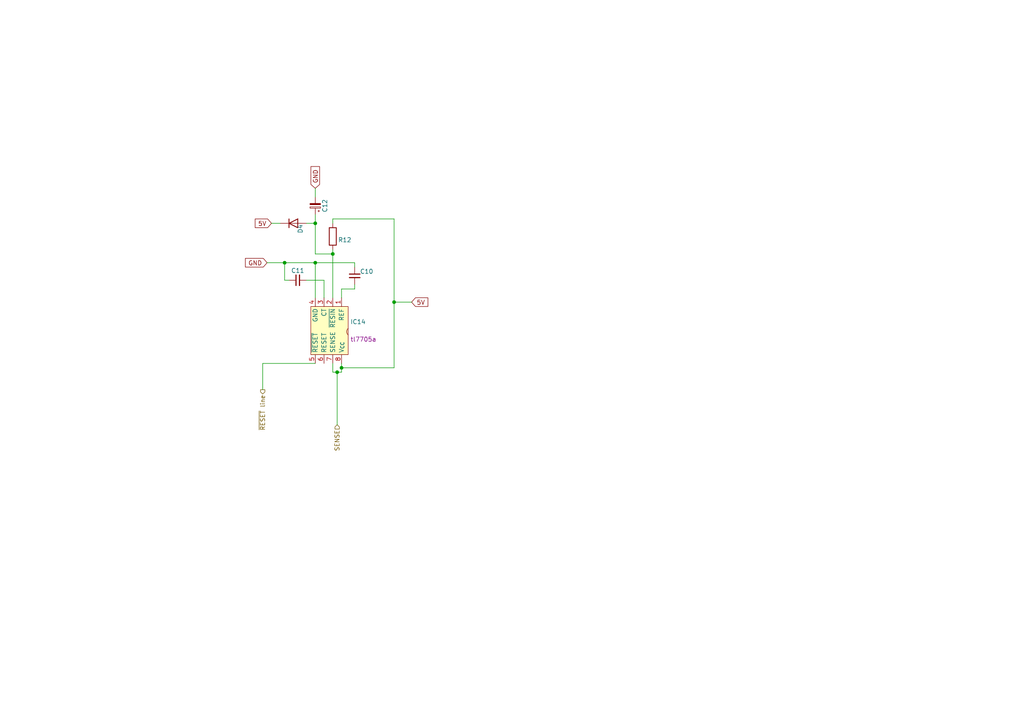
<source format=kicad_sch>
(kicad_sch (version 20250114) (generator "eeschema") (generator_version "9.0")
  (paper "A4")
  (lib_symbols
    (symbol "Device:C_Polarized_Small" (pin_numbers (hide yes)) (pin_names (offset 0.254) (hide yes))
      (property "Reference" "C" (at 0.254 1.778 0))
      (property "Value" "C_Polarized_Small" (at 0.254 -2.032 0))
      (symbol "C_Polarized_Small_0_1"
        (rectangle (start -1.524 0.6858) (end 1.524 0.3048))
        (rectangle (start -1.524 -0.3048) (end 1.524 -0.6858) (fill (type outline)))
        (polyline (pts (xy -1.27 1.524) (xy -0.762 1.524)))
        (polyline (pts (xy -1.016 1.27) (xy -1.016 1.778)))
      )
      (symbol "C_Polarized_Small_1_1"
        (pin passive line (at 0 2.54 270) (length 1.8542) (name "~") (number "1"))
        (pin passive line (at 0 -2.54 90) (length 1.8542) (name "~") (number "2"))
      )
    )
    (symbol "Device:C_Small" (pin_numbers (hide yes)) (pin_names (offset 0.254) (hide yes))
      (property "Reference" "C" (at 0.254 1.778 0))
      (property "Value" "C_Small" (at 0.254 -2.032 0))
      (symbol "C_Small_0_1"
        (polyline (pts (xy -1.524 0.508) (xy 1.524 0.508)) (stroke (width 0.3048)))
        (polyline (pts (xy -1.524 -0.508) (xy 1.524 -0.508)) (stroke (width 0.3302)))
      )
      (symbol "C_Small_1_1"
        (pin passive line (at 0 2.54 270) (length 2.032) (name "~") (number "1"))
        (pin passive line (at 0 -2.54 90) (length 2.032) (name "~") (number "2"))
      )
    )
    (symbol "Device:D" (pin_numbers (hide yes)) (pin_names (offset 1.016) (hide yes))
      (property "Reference" "D" (at 0 2.54 0))
      (property "Value" "D" (at 0 -2.54 0))
      (symbol "D_0_1"
        (polyline (pts (xy -1.27 1.27) (xy -1.27 -1.27)) (stroke (width 0.254)))
        (polyline (pts (xy 1.27 1.27) (xy 1.27 -1.27) (xy -1.27 0) (xy 1.27 1.27)) (stroke (width 0.254)))
        (polyline (pts (xy 1.27 0) (xy -1.27 0)))
      )
      (symbol "D_1_1"
        (pin passive line (at -3.81 0 0) (length 2.54) (name "K") (number "1"))
        (pin passive line (at 3.81 0 180) (length 2.54) (name "A") (number "2"))
      )
    )
    (symbol "Device:R" (pin_numbers (hide yes)) (pin_names (offset 0))
      (property "Reference" "R" (at 2.032 0 90))
      (property "Value" "R" (at 0 0 90))
      (symbol "R_0_1"
        (rectangle (start -1.016 -2.54) (end 1.016 2.54) (stroke (width 0.254)))
      )
      (symbol "R_1_1"
        (pin passive line (at 0 3.81 270) (length 1.27) (name "~") (number "1"))
        (pin passive line (at 0 -3.81 90) (length 1.27) (name "~") (number "2"))
      )
    )
    (symbol "ICs_lib:tl7705a"
      (property "Reference" "IC" (at 1.524 7.874 0))
      (property "Description" "tl7705a" (at 4.064 5.08 0))
      (symbol "tl7705a_1_1"
        (arc (start -10.795 8.255) (mid -10.4005 7.3025) (end -10.795 6.35))
        (rectangle (start -10.795 13.97) (end 0 0) (fill (type background)))
        (pin input line (at -8.89 16.51 270) (length 2.54) (name "V_{CC}") (number "8"))
        (pin input line (at -8.89 -2.54 90) (length 2.54) (name "REF") (number "1"))
        (pin input line (at -6.35 16.51 270) (length 2.54) (name "SENSE") (number "7"))
        (pin input line (at -6.35 -2.54 90) (length 2.54) (name "~{RESIN}") (number "2"))
        (pin input line (at -3.81 16.51 270) (length 2.54) (name "RESET") (number "6"))
        (pin input line (at -3.81 -2.54 90) (length 2.54) (name "CT") (number "3"))
        (pin input line (at -1.27 16.51 270) (length 2.54) (name "~{RESET}") (number "5"))
        (pin input line (at -1.27 -2.54 90) (length 2.54) (name "GND") (number "4"))
      )
    )
  )
  (junction (at 96.52 73.66))
  (junction (at 82.55 76.2))
  (junction (at 97.79 107.95))
  (junction (at 114.3 87.63))
  (junction (at 91.44 76.2))
  (junction (at 91.44 64.77))
  (junction (at 99.06 106.68))
  (wire (pts (xy 93.98 86.36) (xy 93.98 81.28)))
  (wire (pts (xy 96.52 107.95) (xy 96.52 105.41)))
  (wire (pts (xy 88.9 64.77) (xy 91.44 64.77)))
  (wire (pts (xy 114.3 87.63) (xy 114.3 106.68)))
  (wire (pts (xy 119.38 87.63) (xy 114.3 87.63)))
  (wire (pts (xy 114.3 106.68) (xy 99.06 106.68)))
  (wire (pts (xy 77.47 76.2) (xy 82.55 76.2)))
  (wire (pts (xy 82.55 81.28) (xy 83.82 81.28)))
  (wire (pts (xy 93.98 81.28) (xy 88.9 81.28)))
  (wire (pts (xy 96.52 64.77) (xy 96.52 63.5)))
  (wire (pts (xy 96.52 107.95) (xy 97.79 107.95)))
  (wire (pts (xy 99.06 83.82) (xy 99.06 86.36)))
  (wire (pts (xy 97.79 107.95) (xy 99.06 107.95)))
  (wire (pts (xy 82.55 81.28) (xy 82.55 76.2)))
  (wire (pts (xy 99.06 106.68) (xy 99.06 105.41)))
  (wire (pts (xy 102.87 83.82) (xy 99.06 83.82)))
  (wire (pts (xy 99.06 106.68) (xy 99.06 107.95)))
  (wire (pts (xy 76.2 105.41) (xy 91.44 105.41)))
  (wire (pts (xy 76.2 105.41) (xy 76.2 113.03)))
  (wire (pts (xy 91.44 76.2) (xy 91.44 86.36)))
  (wire (pts (xy 91.44 64.77) (xy 91.44 73.66)))
  (wire (pts (xy 96.52 63.5) (xy 114.3 63.5)))
  (wire (pts (xy 91.44 62.23) (xy 91.44 64.77)))
  (wire (pts (xy 96.52 73.66) (xy 91.44 73.66)))
  (wire (pts (xy 82.55 76.2) (xy 91.44 76.2)))
  (wire (pts (xy 96.52 72.39) (xy 96.52 73.66)))
  (wire (pts (xy 78.74 64.77) (xy 81.28 64.77)))
  (wire (pts (xy 102.87 76.2) (xy 102.87 77.47)))
  (wire (pts (xy 96.52 73.66) (xy 96.52 86.36)))
  (wire (pts (xy 91.44 54.61) (xy 91.44 57.15)))
  (wire (pts (xy 97.79 107.95) (xy 97.79 123.19)))
  (wire (pts (xy 91.44 76.2) (xy 102.87 76.2)))
  (wire (pts (xy 114.3 63.5) (xy 114.3 87.63)))
  (wire (pts (xy 102.87 82.55) (xy 102.87 83.82)))
  (global_label "5V" (shape input) (at 119.38 87.63 0) (property "Intersheetrefs" "${INTERSHEET_REFS}" (effects (hide yes))))
  (global_label "GND" (shape input) (at 91.44 54.61 90) (property "Intersheetrefs" "${INTERSHEET_REFS}" (effects (hide yes))))
  (global_label "GND" (shape input) (at 77.47 76.2 180) (property "Intersheetrefs" "${INTERSHEET_REFS}" (effects (hide yes))))
  (global_label "5V" (shape input) (at 78.74 64.77 180) (property "Intersheetrefs" "${INTERSHEET_REFS}" (effects (hide yes))))
  (hierarchical_label "~{RESET} line" (shape output) (at 76.2 113.03 270))
  (hierarchical_label "SENSE" (shape input) (at 97.79 123.19 270))
  (symbol (lib_id "Device:D") (at 85.09 64.77 0) (unit 1)
    (property "Reference" "D4" (at 87.122 65.024 90) (effects (justify right)))
    (property "Value" "D" (effects (hide yes)))
    (property "Description" "Diode" (effects (hide yes)))
    (property "Sim.Device" "D" (effects (hide yes)))
    (property "Sim.Pins" "1=K 2=A" (effects (hide yes)))
  )
  (symbol (lib_id "Device:C_Small") (at 102.87 80.01 0) (unit 1)
    (property "Reference" "C10" (at 104.394 78.74 0) (effects (justify left)))
    (property "Value" "C_Small" (effects (hide yes)))
    (property "Description" "Unpolarized capacitor, small symbol" (effects (hide yes)))
  )
  (symbol (lib_id "ICs_lib:tl7705a") (at 90.17 88.9 180) (unit 1)
    (property "Reference" "IC14" (at 101.6 93.3449 0) (effects (justify right)))
    (property "Description" "tl7705a" (at 101.6 98.4249 0) (effects (justify right)))
  )
  (symbol (lib_id "Device:C_Polarized_Small") (at 91.44 59.69 180) (unit 1)
    (property "Reference" "C12" (at 94.234 59.69 90))
    (property "Value" "C_Polarized_Small" (effects (hide yes)))
    (property "Description" "Polarized capacitor, small symbol" (effects (hide yes)))
  )
  (symbol (lib_id "Device:R") (at 96.52 68.58 0) (unit 1)
    (property "Reference" "R12" (at 98.044 69.596 0) (effects (justify left)))
    (property "Value" "R" (effects (hide yes)))
    (property "Description" "Resistor" (effects (hide yes)))
  )
  (symbol (lib_id "Device:C_Small") (at 86.36 81.28 90) (unit 1)
    (property "Reference" "C11" (at 86.36 78.486 90))
    (property "Value" "C_Small" (effects (hide yes)))
    (property "Description" "Unpolarized capacitor, small symbol" (effects (hide yes)))
  )
)
</source>
